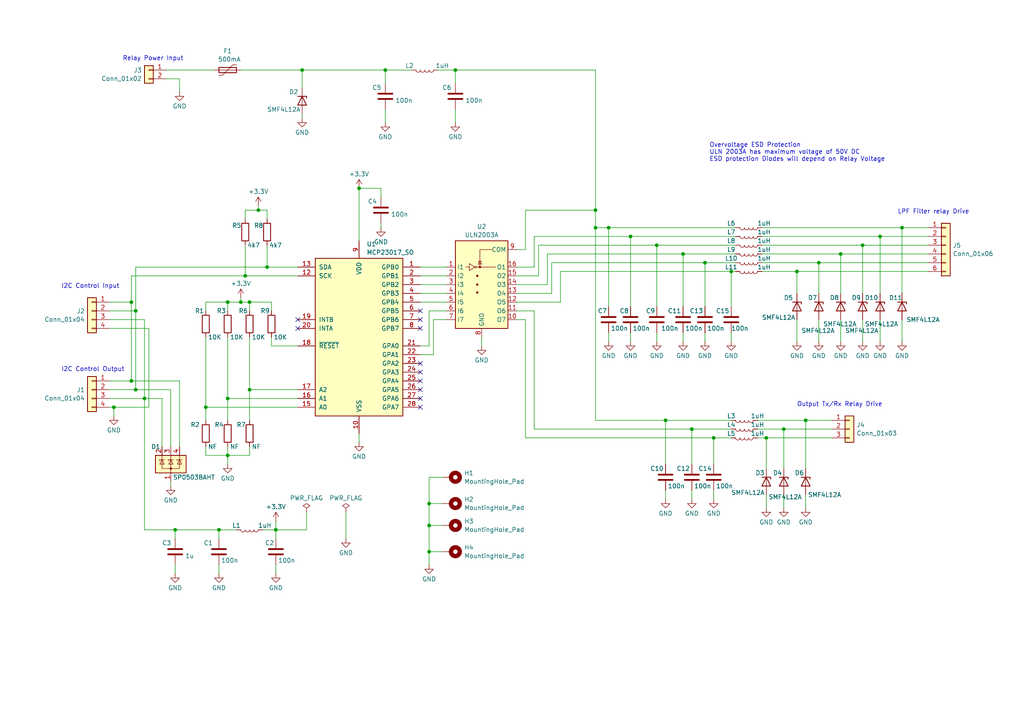
<source format=kicad_sch>
(kicad_sch (version 20231120) (generator "eeschema") (generator_version "8.0")
  (paper "A4")
  (lib_symbols
    (symbol "Connector_Generic:Conn_01x02" (pin_names (offset 1.016) hide)
      (property "Reference" "J" (at 0 2.54 0))
      (property "Value" "Conn_01x02" (at 0 -5.08 0))
      (symbol "Conn_01x02_1_1"
        (pin passive line (at -5.08 0 0) (length 3.81) (name "Pin_1") (number "1"))
        (pin passive line (at -5.08 -2.54 0) (length 3.81) (name "Pin_2") (number "2"))
      )
    )
    (symbol "Connector_Generic:Conn_01x03" (pin_names (offset 1.016) hide)
      (property "Reference" "J" (at 0 5.08 0))
      (property "Value" "Conn_01x03" (at 0 -5.08 0))
      (symbol "Conn_01x03_1_1"
        (pin passive line (at -5.08 2.54 0) (length 3.81) (name "Pin_1") (number "1"))
        (pin passive line (at -5.08 0 0) (length 3.81) (name "Pin_2") (number "2"))
        (pin passive line (at -5.08 -2.54 0) (length 3.81) (name "Pin_3") (number "3"))
      )
    )
    (symbol "Connector_Generic:Conn_01x04" (pin_names (offset 1.016) hide)
      (property "Reference" "J" (at 0 5.08 0))
      (property "Value" "Conn_01x04" (at 0 -7.62 0))
      (symbol "Conn_01x04_1_1"
        (pin passive line (at -5.08 2.54 0) (length 3.81) (name "Pin_1") (number "1"))
        (pin passive line (at -5.08 0 0) (length 3.81) (name "Pin_2") (number "2"))
        (pin passive line (at -5.08 -2.54 0) (length 3.81) (name "Pin_3") (number "3"))
        (pin passive line (at -5.08 -5.08 0) (length 3.81) (name "Pin_4") (number "4"))
      )
    )
    (symbol "Connector_Generic:Conn_01x06" (pin_names (offset 1.016) hide)
      (property "Reference" "J" (at 0 7.62 0))
      (property "Value" "Conn_01x06" (at 0 -10.16 0))
      (symbol "Conn_01x06_1_1"
        (pin passive line (at -5.08 5.08 0) (length 3.81) (name "Pin_1") (number "1"))
        (pin passive line (at -5.08 2.54 0) (length 3.81) (name "Pin_2") (number "2"))
        (pin passive line (at -5.08 0 0) (length 3.81) (name "Pin_3") (number "3"))
        (pin passive line (at -5.08 -2.54 0) (length 3.81) (name "Pin_4") (number "4"))
        (pin passive line (at -5.08 -5.08 0) (length 3.81) (name "Pin_5") (number "5"))
        (pin passive line (at -5.08 -7.62 0) (length 3.81) (name "Pin_6") (number "6"))
      )
    )
    (symbol "Device:C" (pin_numbers hide) (pin_names (offset 0.254))
      (property "Reference" "C" (at 0.635 2.54 0))
      (property "Value" "C" (at 0.635 -2.54 0))
      (symbol "C_1_1"
        (pin passive line (at 0 3.81 270) (length 2.794) (name "~") (number "1"))
        (pin passive line (at 0 -3.81 90) (length 2.794) (name "~") (number "2"))
      )
    )
    (symbol "Device:L" (pin_numbers hide) (pin_names (offset 1.016) hide)
      (property "Reference" "L" (at -1.27 0 90))
      (property "Value" "L" (at 1.905 0 90))
      (symbol "L_1_1"
        (pin passive line (at 0 3.81 270) (length 1.27) (name "1") (number "1"))
        (pin passive line (at 0 -3.81 90) (length 1.27) (name "2") (number "2"))
      )
    )
    (symbol "Device:Polyfuse" (pin_numbers hide) (pin_names (offset 0))
      (property "Reference" "F" (at -2.54 0 90))
      (property "Value" "Polyfuse" (at 2.54 0 90))
      (symbol "Polyfuse_1_1"
        (pin passive line (at 0 3.81 270) (length 1.27) (name "~") (number "1"))
        (pin passive line (at 0 -3.81 90) (length 1.27) (name "~") (number "2"))
      )
    )
    (symbol "Device:R" (pin_numbers hide) (pin_names (offset 0))
      (property "Reference" "R" (at 2.032 0 90))
      (property "Value" "R" (at 0 0 90))
      (symbol "R_1_1"
        (pin passive line (at 0 3.81 270) (length 1.27) (name "~") (number "1"))
        (pin passive line (at 0 -3.81 90) (length 1.27) (name "~") (number "2"))
      )
    )
    (symbol "Diode:ESD5Zxx" (pin_numbers hide) (pin_names hide)
      (property "Reference" "D" (at 0 2.54 0))
      (property "Value" "ESD5Zxx" (at 0 -2.54 0))
      (symbol "ESD5Zxx_1_1"
        (pin passive line (at -3.81 0 0) (length 2.54) (name "K") (number "1"))
        (pin passive line (at 3.81 0 180) (length 2.54) (name "A") (number "2"))
      )
    )
    (symbol "Interface_Expansion:MCP23017_SO" (pin_names (offset 1.016))
      (property "Reference" "U" (at -11.43 24.13 0))
      (property "Value" "MCP23017_SO" (at 0 0 0))
      (symbol "MCP23017_SO_1_1"
        (pin bidirectional line (at 17.78 20.32 180) (length 5.08) (name "GPB0") (number "1"))
        (pin power_in line (at 0 -27.94 90) (length 5.08) (name "VSS") (number "10"))
        (pin no_connect line (at -12.7 15.24 0) (length 5.08) hide (name "NC") (number "11"))
        (pin input line (at -17.78 17.78 0) (length 5.08) (name "SCK") (number "12"))
        (pin bidirectional line (at -17.78 20.32 0) (length 5.08) (name "SDA") (number "13"))
        (pin no_connect line (at -12.7 12.7 0) (length 5.08) hide (name "NC") (number "14"))
        (pin input line (at -17.78 -20.32 0) (length 5.08) (name "A0") (number "15"))
        (pin input line (at -17.78 -17.78 0) (length 5.08) (name "A1") (number "16"))
        (pin input line (at -17.78 -15.24 0) (length 5.08) (name "A2") (number "17"))
        (pin input line (at -17.78 -2.54 0) (length 5.08) (name "~{RESET}") (number "18"))
        (pin tri_state line (at -17.78 5.08 0) (length 5.08) (name "INTB") (number "19"))
        (pin bidirectional line (at 17.78 17.78 180) (length 5.08) (name "GPB1") (number "2"))
        (pin tri_state line (at -17.78 2.54 0) (length 5.08) (name "INTA") (number "20"))
        (pin bidirectional line (at 17.78 -2.54 180) (length 5.08) (name "GPA0") (number "21"))
        (pin bidirectional line (at 17.78 -5.08 180) (length 5.08) (name "GPA1") (number "22"))
        (pin bidirectional line (at 17.78 -7.62 180) (length 5.08) (name "GPA2") (number "23"))
        (pin bidirectional line (at 17.78 -10.16 180) (length 5.08) (name "GPA3") (number "24"))
        (pin bidirectional line (at 17.78 -12.7 180) (length 5.08) (name "GPA4") (number "25"))
        (pin bidirectional line (at 17.78 -15.24 180) (length 5.08) (name "GPA5") (number "26"))
        (pin bidirectional line (at 17.78 -17.78 180) (length 5.08) (name "GPA6") (number "27"))
        (pin bidirectional line (at 17.78 -20.32 180) (length 5.08) (name "GPA7") (number "28"))
        (pin bidirectional line (at 17.78 15.24 180) (length 5.08) (name "GPB2") (number "3"))
        (pin bidirectional line (at 17.78 12.7 180) (length 5.08) (name "GPB3") (number "4"))
        (pin bidirectional line (at 17.78 10.16 180) (length 5.08) (name "GPB4") (number "5"))
        (pin bidirectional line (at 17.78 7.62 180) (length 5.08) (name "GPB5") (number "6"))
        (pin bidirectional line (at 17.78 5.08 180) (length 5.08) (name "GPB6") (number "7"))
        (pin bidirectional line (at 17.78 2.54 180) (length 5.08) (name "GPB7") (number "8"))
        (pin power_in line (at 0 27.94 270) (length 5.08) (name "VDD") (number "9"))
      )
    )
    (symbol "Mechanical:MountingHole_Pad" (pin_numbers hide) (pin_names (offset 1.016) hide) (exclude_from_sim yes) (in_bom no)
      (property "Reference" "H" (at 0 6.35 0))
      (property "Value" "MountingHole_Pad" (at 0 4.445 0))
      (symbol "MountingHole_Pad_1_1"
        (pin input line (at 0 -2.54 90) (length 2.54) (name "1") (number "1"))
      )
    )
    (symbol "Power_Protection:SP0503BAHT" (pin_names hide)
      (property "Reference" "D" (at 5.715 2.54 0))
      (property "Value" "SP0503BAHT" (at 5.715 0.635 0))
      (symbol "SP0503BAHT_0_0"
        (pin passive line (at 0 -5.08 90) (length 2.54) (name "A") (number "1"))
      )
      (symbol "SP0503BAHT_1_1"
        (pin passive line (at -2.54 5.08 270) (length 2.54) (name "K") (number "2"))
        (pin passive line (at 0 5.08 270) (length 2.54) (name "K") (number "3"))
        (pin passive line (at 2.54 5.08 270) (length 2.54) (name "K") (number "4"))
      )
    )
    (symbol "Transistor_Array:ULN2003A"
      (property "Reference" "U" (at 0 15.875 0))
      (property "Value" "ULN2003A" (at 0 13.97 0))
      (symbol "ULN2003A_1_1"
        (pin input line (at -10.16 5.08 0) (length 2.54) (name "I1") (number "1"))
        (pin open_collector line (at 10.16 -10.16 180) (length 2.54) (name "O7") (number "10"))
        (pin open_collector line (at 10.16 -7.62 180) (length 2.54) (name "O6") (number "11"))
        (pin open_collector line (at 10.16 -5.08 180) (length 2.54) (name "O5") (number "12"))
        (pin open_collector line (at 10.16 -2.54 180) (length 2.54) (name "O4") (number "13"))
        (pin open_collector line (at 10.16 0 180) (length 2.54) (name "O3") (number "14"))
        (pin open_collector line (at 10.16 2.54 180) (length 2.54) (name "O2") (number "15"))
        (pin open_collector line (at 10.16 5.08 180) (length 2.54) (name "O1") (number "16"))
        (pin input line (at -10.16 2.54 0) (length 2.54) (name "I2") (number "2"))
        (pin input line (at -10.16 0 0) (length 2.54) (name "I3") (number "3"))
        (pin input line (at -10.16 -2.54 0) (length 2.54) (name "I4") (number "4"))
        (pin input line (at -10.16 -5.08 0) (length 2.54) (name "I5") (number "5"))
        (pin input line (at -10.16 -7.62 0) (length 2.54) (name "I6") (number "6"))
        (pin input line (at -10.16 -10.16 0) (length 2.54) (name "I7") (number "7"))
        (pin power_in line (at 0 -15.24 90) (length 2.54) (name "GND") (number "8"))
        (pin passive line (at 10.16 10.16 180) (length 2.54) (name "COM") (number "9"))
      )
    )
    (symbol "power:+3.3V" (power) (pin_numbers hide) (pin_names (offset 0) hide)
      (property "Value" "+3.3V" (at 0 3.556 0))
      (symbol "+3.3V_1_1"
        (pin power_in line (at 0 0 90) (length 0) (name "~") (number "1"))
      )
    )
    (symbol "power:GND" (power) (pin_numbers hide) (pin_names (offset 0) hide)
      (property "Value" "GND" (at 0 -3.81 0))
      (symbol "GND_1_1"
        (pin power_in line (at 0 0 270) (length 0) (name "~") (number "1"))
      )
    )
    (symbol "power:PWR_FLAG" (power) (pin_numbers hide) (pin_names (offset 0) hide)
      (property "Value" "PWR_FLAG" (at 0 3.81 0))
      (symbol "PWR_FLAG_0_0"
        (pin power_out line (at 0 0 90) (length 0) (name "~") (number "1"))
      )
    )
  )
  (junction (at 66.04 87.63))
  (junction (at 222.25 127))
  (junction (at 193.04 121.92))
  (junction (at 172.72 60.96))
  (junction (at 207.01 127))
  (junction (at 111.76 20.32))
  (junction (at 243.84 73.66))
  (junction (at 176.53 66.04))
  (junction (at 212.09 78.74))
  (junction (at 38.1 87.63))
  (junction (at 261.62 66.04))
  (junction (at 132.08 20.32))
  (junction (at 190.5 71.12))
  (junction (at 204.47 76.2))
  (junction (at 87.63 20.32))
  (junction (at 233.68 121.92))
  (junction (at 72.39 87.63))
  (junction (at 71.12 80.01))
  (junction (at 227.33 124.46))
  (junction (at 237.49 76.2))
  (junction (at 80.01 153.67))
  (junction (at 66.04 132.08))
  (junction (at 104.14 54.61))
  (junction (at 250.19 71.12))
  (junction (at 124.46 146.05))
  (junction (at 200.66 124.46))
  (junction (at 38.1 110.49))
  (junction (at 198.12 73.66))
  (junction (at 50.8 153.67))
  (junction (at 182.88 68.58))
  (junction (at 77.47 77.47))
  (junction (at 255.27 68.58))
  (junction (at 74.93 60.96))
  (junction (at 124.46 160.02))
  (junction (at 39.37 113.03))
  (junction (at 39.37 90.17))
  (junction (at 72.39 113.03))
  (junction (at 172.72 66.04))
  (junction (at 69.85 87.63))
  (junction (at 63.5 153.67))
  (junction (at 66.04 115.57))
  (junction (at 231.14 78.74))
  (junction (at 124.46 152.4))
  (junction (at 41.91 115.57))
  (junction (at 33.02 118.11))
  (junction (at 59.69 118.11))
  (no_connect (at 121.92 105.41))
  (no_connect (at 121.92 92.71))
  (no_connect (at 86.36 92.71))
  (no_connect (at 121.92 95.25))
  (no_connect (at 121.92 110.49))
  (no_connect (at 121.92 115.57))
  (no_connect (at 121.92 90.17))
  (no_connect (at 121.92 113.03))
  (no_connect (at 121.92 107.95))
  (no_connect (at 121.92 118.11))
  (no_connect (at 86.36 95.25))
  (wire (pts (xy 49.53 129.54) (xy 49.53 113.03)))
  (wire (pts (xy 31.75 118.11) (xy 33.02 118.11)))
  (wire (pts (xy 149.86 77.47) (xy 154.94 77.47)))
  (wire (pts (xy 255.27 92.71) (xy 255.27 99.06)))
  (wire (pts (xy 149.86 72.39) (xy 152.4 72.39)))
  (wire (pts (xy 74.93 59.69) (xy 74.93 60.96)))
  (wire (pts (xy 132.08 31.75) (xy 132.08 35.56)))
  (wire (pts (xy 59.69 97.79) (xy 59.69 118.11)))
  (wire (pts (xy 66.04 87.63) (xy 69.85 87.63)))
  (wire (pts (xy 111.76 20.32) (xy 119.38 20.32)))
  (wire (pts (xy 59.69 129.54) (xy 59.69 132.08)))
  (wire (pts (xy 41.91 92.71) (xy 41.91 115.57)))
  (wire (pts (xy 76.2 153.67) (xy 80.01 153.67)))
  (wire (pts (xy 220.98 66.04) (xy 261.62 66.04)))
  (wire (pts (xy 261.62 66.04) (xy 261.62 85.09)))
  (wire (pts (xy 69.85 87.63) (xy 72.39 87.63)))
  (wire (pts (xy 149.86 87.63) (xy 162.56 87.63)))
  (wire (pts (xy 66.04 129.54) (xy 66.04 132.08)))
  (wire (pts (xy 121.92 100.33) (xy 124.46 100.33)))
  (wire (pts (xy 121.92 102.87) (xy 125.73 102.87)))
  (wire (pts (xy 132.08 20.32) (xy 132.08 24.13)))
  (wire (pts (xy 190.5 96.52) (xy 190.5 99.06)))
  (wire (pts (xy 182.88 68.58) (xy 213.36 68.58)))
  (wire (pts (xy 52.07 110.49) (xy 52.07 129.54)))
  (wire (pts (xy 149.86 82.55) (xy 158.75 82.55)))
  (wire (pts (xy 88.9 148.59) (xy 88.9 153.67)))
  (wire (pts (xy 41.91 115.57) (xy 41.91 153.67)))
  (wire (pts (xy 204.47 76.2) (xy 204.47 88.9)))
  (wire (pts (xy 127 20.32) (xy 132.08 20.32)))
  (wire (pts (xy 156.21 80.01) (xy 156.21 71.12)))
  (wire (pts (xy 87.63 20.32) (xy 111.76 20.32)))
  (wire (pts (xy 74.93 60.96) (xy 77.47 60.96)))
  (wire (pts (xy 200.66 142.24) (xy 200.66 144.78)))
  (wire (pts (xy 219.71 127) (xy 222.25 127)))
  (wire (pts (xy 152.4 92.71) (xy 152.4 127)))
  (wire (pts (xy 31.75 95.25) (xy 43.18 95.25)))
  (wire (pts (xy 162.56 87.63) (xy 162.56 78.74)))
  (wire (pts (xy 158.75 73.66) (xy 158.75 82.55)))
  (wire (pts (xy 33.02 118.11) (xy 43.18 118.11)))
  (wire (pts (xy 198.12 88.9) (xy 198.12 73.66)))
  (wire (pts (xy 152.4 60.96) (xy 172.72 60.96)))
  (wire (pts (xy 222.25 143.51) (xy 222.25 147.32)))
  (wire (pts (xy 52.07 22.86) (xy 52.07 26.67)))
  (wire (pts (xy 243.84 85.09) (xy 243.84 73.66)))
  (wire (pts (xy 110.49 54.61) (xy 104.14 54.61)))
  (wire (pts (xy 124.46 160.02) (xy 124.46 163.83)))
  (wire (pts (xy 66.04 115.57) (xy 86.36 115.57)))
  (wire (pts (xy 72.39 113.03) (xy 86.36 113.03)))
  (wire (pts (xy 193.04 121.92) (xy 212.09 121.92)))
  (wire (pts (xy 39.37 77.47) (xy 77.47 77.47)))
  (wire (pts (xy 154.94 124.46) (xy 200.66 124.46)))
  (wire (pts (xy 193.04 134.62) (xy 193.04 121.92)))
  (wire (pts (xy 59.69 118.11) (xy 86.36 118.11)))
  (wire (pts (xy 149.86 85.09) (xy 160.02 85.09)))
  (wire (pts (xy 237.49 76.2) (xy 269.24 76.2)))
  (wire (pts (xy 80.01 163.83) (xy 80.01 166.37)))
  (wire (pts (xy 59.69 90.17) (xy 59.69 87.63)))
  (wire (pts (xy 71.12 80.01) (xy 86.36 80.01)))
  (wire (pts (xy 172.72 20.32) (xy 172.72 60.96)))
  (wire (pts (xy 121.92 87.63) (xy 129.54 87.63)))
  (wire (pts (xy 59.69 118.11) (xy 59.69 121.92)))
  (wire (pts (xy 237.49 92.71) (xy 237.49 99.06)))
  (wire (pts (xy 39.37 90.17) (xy 31.75 90.17)))
  (wire (pts (xy 38.1 110.49) (xy 52.07 110.49)))
  (wire (pts (xy 261.62 92.71) (xy 261.62 99.06)))
  (wire (pts (xy 207.01 134.62) (xy 207.01 127)))
  (wire (pts (xy 250.19 71.12) (xy 269.24 71.12)))
  (wire (pts (xy 87.63 33.02) (xy 87.63 34.29)))
  (wire (pts (xy 80.01 153.67) (xy 80.01 156.21)))
  (wire (pts (xy 66.04 87.63) (xy 66.04 90.17)))
  (wire (pts (xy 38.1 110.49) (xy 31.75 110.49)))
  (wire (pts (xy 233.68 121.92) (xy 241.3 121.92)))
  (wire (pts (xy 77.47 60.96) (xy 77.47 63.5)))
  (wire (pts (xy 72.39 87.63) (xy 72.39 90.17)))
  (wire (pts (xy 204.47 96.52) (xy 204.47 99.06)))
  (wire (pts (xy 219.71 121.92) (xy 233.68 121.92)))
  (wire (pts (xy 152.4 72.39) (xy 152.4 60.96)))
  (wire (pts (xy 80.01 153.67) (xy 80.01 151.13)))
  (wire (pts (xy 66.04 97.79) (xy 66.04 115.57)))
  (wire (pts (xy 154.94 90.17) (xy 154.94 124.46)))
  (wire (pts (xy 190.5 71.12) (xy 190.5 88.9)))
  (wire (pts (xy 237.49 85.09) (xy 237.49 76.2)))
  (wire (pts (xy 63.5 163.83) (xy 63.5 166.37)))
  (wire (pts (xy 227.33 124.46) (xy 227.33 135.89)))
  (wire (pts (xy 172.72 60.96) (xy 172.72 66.04)))
  (wire (pts (xy 121.92 85.09) (xy 129.54 85.09)))
  (wire (pts (xy 212.09 78.74) (xy 213.36 78.74)))
  (wire (pts (xy 110.49 57.15) (xy 110.49 54.61)))
  (wire (pts (xy 219.71 124.46) (xy 227.33 124.46)))
  (wire (pts (xy 162.56 78.74) (xy 212.09 78.74)))
  (wire (pts (xy 49.53 139.7) (xy 49.53 140.97)))
  (wire (pts (xy 50.8 163.83) (xy 50.8 166.37)))
  (wire (pts (xy 190.5 71.12) (xy 213.36 71.12)))
  (wire (pts (xy 87.63 20.32) (xy 87.63 25.4)))
  (wire (pts (xy 182.88 96.52) (xy 182.88 99.06)))
  (wire (pts (xy 124.46 100.33) (xy 124.46 90.17)))
  (wire (pts (xy 160.02 76.2) (xy 204.47 76.2)))
  (wire (pts (xy 158.75 73.66) (xy 198.12 73.66)))
  (wire (pts (xy 71.12 63.5) (xy 71.12 60.96)))
  (wire (pts (xy 172.72 66.04) (xy 176.53 66.04)))
  (wire (pts (xy 132.08 20.32) (xy 172.72 20.32)))
  (wire (pts (xy 31.75 87.63) (xy 38.1 87.63)))
  (wire (pts (xy 160.02 85.09) (xy 160.02 76.2)))
  (wire (pts (xy 124.46 146.05) (xy 128.27 146.05)))
  (wire (pts (xy 110.49 64.77) (xy 110.49 66.04)))
  (wire (pts (xy 125.73 92.71) (xy 125.73 102.87)))
  (wire (pts (xy 212.09 78.74) (xy 212.09 88.9)))
  (wire (pts (xy 204.47 76.2) (xy 213.36 76.2)))
  (wire (pts (xy 207.01 142.24) (xy 207.01 144.78)))
  (wire (pts (xy 152.4 127) (xy 207.01 127)))
  (wire (pts (xy 121.92 82.55) (xy 129.54 82.55)))
  (wire (pts (xy 198.12 73.66) (xy 213.36 73.66)))
  (wire (pts (xy 48.26 22.86) (xy 52.07 22.86)))
  (wire (pts (xy 207.01 127) (xy 212.09 127)))
  (wire (pts (xy 212.09 96.52) (xy 212.09 99.06)))
  (wire (pts (xy 69.85 86.36) (xy 69.85 87.63)))
  (wire (pts (xy 176.53 66.04) (xy 176.53 88.9)))
  (wire (pts (xy 172.72 121.92) (xy 193.04 121.92)))
  (wire (pts (xy 227.33 124.46) (xy 241.3 124.46)))
  (wire (pts (xy 200.66 124.46) (xy 212.09 124.46)))
  (wire (pts (xy 261.62 66.04) (xy 269.24 66.04)))
  (wire (pts (xy 222.25 127) (xy 222.25 135.89)))
  (wire (pts (xy 233.68 143.51) (xy 233.68 147.32)))
  (wire (pts (xy 124.46 146.05) (xy 124.46 152.4)))
  (wire (pts (xy 104.14 125.73) (xy 104.14 128.27)))
  (wire (pts (xy 222.25 127) (xy 241.3 127)))
  (wire (pts (xy 182.88 68.58) (xy 182.88 88.9)))
  (wire (pts (xy 66.04 115.57) (xy 66.04 121.92)))
  (wire (pts (xy 231.14 78.74) (xy 269.24 78.74)))
  (wire (pts (xy 149.86 90.17) (xy 154.94 90.17)))
  (wire (pts (xy 220.98 73.66) (xy 243.84 73.66)))
  (wire (pts (xy 71.12 60.96) (xy 74.93 60.96)))
  (wire (pts (xy 156.21 71.12) (xy 190.5 71.12)))
  (wire (pts (xy 41.91 115.57) (xy 46.99 115.57)))
  (wire (pts (xy 43.18 95.25) (xy 43.18 118.11)))
  (wire (pts (xy 41.91 153.67) (xy 50.8 153.67)))
  (wire (pts (xy 77.47 71.12) (xy 77.47 77.47)))
  (wire (pts (xy 139.7 97.79) (xy 139.7 100.33)))
  (wire (pts (xy 243.84 92.71) (xy 243.84 99.06)))
  (wire (pts (xy 100.33 148.59) (xy 100.33 156.21)))
  (wire (pts (xy 50.8 153.67) (xy 50.8 156.21)))
  (wire (pts (xy 233.68 121.92) (xy 233.68 135.89)))
  (wire (pts (xy 198.12 96.52) (xy 198.12 99.06)))
  (wire (pts (xy 72.39 87.63) (xy 78.74 87.63)))
  (wire (pts (xy 38.1 87.63) (xy 38.1 110.49)))
  (wire (pts (xy 72.39 97.79) (xy 72.39 113.03)))
  (wire (pts (xy 46.99 115.57) (xy 46.99 129.54)))
  (wire (pts (xy 124.46 152.4) (xy 128.27 152.4)))
  (wire (pts (xy 231.14 92.71) (xy 231.14 99.06)))
  (wire (pts (xy 41.91 115.57) (xy 31.75 115.57)))
  (wire (pts (xy 220.98 76.2) (xy 237.49 76.2)))
  (wire (pts (xy 39.37 90.17) (xy 39.37 77.47)))
  (wire (pts (xy 78.74 87.63) (xy 78.74 90.17)))
  (wire (pts (xy 176.53 66.04) (xy 213.36 66.04)))
  (wire (pts (xy 124.46 152.4) (xy 124.46 160.02)))
  (wire (pts (xy 104.14 54.61) (xy 104.14 69.85)))
  (wire (pts (xy 154.94 77.47) (xy 154.94 68.58)))
  (wire (pts (xy 200.66 134.62) (xy 200.66 124.46)))
  (wire (pts (xy 66.04 132.08) (xy 66.04 134.62)))
  (wire (pts (xy 50.8 153.67) (xy 63.5 153.67)))
  (wire (pts (xy 250.19 71.12) (xy 250.19 85.09)))
  (wire (pts (xy 172.72 66.04) (xy 172.72 121.92)))
  (wire (pts (xy 255.27 68.58) (xy 269.24 68.58)))
  (wire (pts (xy 66.04 132.08) (xy 72.39 132.08)))
  (wire (pts (xy 39.37 113.03) (xy 39.37 90.17)))
  (wire (pts (xy 220.98 71.12) (xy 250.19 71.12)))
  (wire (pts (xy 220.98 78.74) (xy 231.14 78.74)))
  (wire (pts (xy 231.14 78.74) (xy 231.14 85.09)))
  (wire (pts (xy 255.27 85.09) (xy 255.27 68.58)))
  (wire (pts (xy 111.76 24.13) (xy 111.76 20.32)))
  (wire (pts (xy 38.1 87.63) (xy 38.1 80.01)))
  (wire (pts (xy 128.27 138.43) (xy 124.46 138.43)))
  (wire (pts (xy 193.04 142.24) (xy 193.04 144.78)))
  (wire (pts (xy 227.33 143.51) (xy 227.33 147.32)))
  (wire (pts (xy 49.53 113.03) (xy 39.37 113.03)))
  (wire (pts (xy 48.26 20.32) (xy 62.23 20.32)))
  (wire (pts (xy 124.46 138.43) (xy 124.46 146.05)))
  (wire (pts (xy 63.5 153.67) (xy 63.5 156.21)))
  (wire (pts (xy 111.76 31.75) (xy 111.76 35.56)))
  (wire (pts (xy 124.46 160.02) (xy 128.27 160.02)))
  (wire (pts (xy 125.73 92.71) (xy 129.54 92.71)))
  (wire (pts (xy 121.92 77.47) (xy 129.54 77.47)))
  (wire (pts (xy 72.39 132.08) (xy 72.39 129.54)))
  (wire (pts (xy 31.75 92.71) (xy 41.91 92.71)))
  (wire (pts (xy 77.47 77.47) (xy 86.36 77.47)))
  (wire (pts (xy 68.58 153.67) (xy 63.5 153.67)))
  (wire (pts (xy 149.86 92.71) (xy 152.4 92.71)))
  (wire (pts (xy 149.86 80.01) (xy 156.21 80.01)))
  (wire (pts (xy 59.69 87.63) (xy 66.04 87.63)))
  (wire (pts (xy 220.98 68.58) (xy 255.27 68.58)))
  (wire (pts (xy 124.46 90.17) (xy 129.54 90.17)))
  (wire (pts (xy 243.84 73.66) (xy 269.24 73.66)))
  (wire (pts (xy 250.19 92.71) (xy 250.19 99.06)))
  (wire (pts (xy 31.75 113.03) (xy 39.37 113.03)))
  (wire (pts (xy 38.1 80.01) (xy 71.12 80.01)))
  (wire (pts (xy 154.94 68.58) (xy 182.88 68.58)))
  (wire (pts (xy 71.12 71.12) (xy 71.12 80.01)))
  (wire (pts (xy 72.39 113.03) (xy 72.39 121.92)))
  (wire (pts (xy 33.02 120.65) (xy 33.02 118.11)))
  (wire (pts (xy 69.85 20.32) (xy 87.63 20.32)))
  (wire (pts (xy 176.53 96.52) (xy 176.53 99.06)))
  (wire (pts (xy 59.69 132.08) (xy 66.04 132.08)))
  (wire (pts (xy 80.01 153.67) (xy 88.9 153.67)))
  (wire (pts (xy 78.74 97.79) (xy 78.74 100.33)))
  (wire (pts (xy 121.92 80.01) (xy 129.54 80.01)))
  (wire (pts (xy 78.74 100.33) (xy 86.36 100.33)))
  (text "I2C Control Output" (at 17.78 107.95 0) (effects (font (size 1.27 1.27)) (justify left bottom)))
  (text "LPF Filter relay Drive" (at 260.35 62.23 0) (effects (font (size 1.27 1.27)) (justify left bottom)))
  (text "Output Tx/Rx Relay Drive" (at 231.14 118.11 0) (effects (font (size 1.27 1.27)) (justify left bottom)))
  (text "I2C Control Input" (at 17.78 83.82 0) (effects (font (size 1.27 1.27)) (justify left bottom)))
  (text "Relay Power Input" (at 35.56 17.78 0) (effects (font (size 1.27 1.27)) (justify left bottom)))
  (text "Overvoltage ESD Protection\nULN 2003A has maximum voltage of 50V DC\nESD protection Diodes will depend on Relay Voltage" (at 205.74 46.99 0) (effects (font (size 1.27 1.27)) (justify left bottom)))
  (symbol (lib_id "power:GND") (at 237.49 99.06 0) (unit 1)
    (property "Reference" "#PWR031" (effects (hide yes)))
    (property "Value" "GND" (at 237.49 103.1931 0))
    (property "Description" "Power symbol creates a global label with name \"GND\" , ground" (effects (hide yes)))
  )
  (symbol (lib_id "power:GND") (at 124.46 163.83 0) (unit 1)
    (property "Reference" "#PWR036" (effects (hide yes)))
    (property "Value" "GND" (at 124.46 167.9631 0))
    (property "Description" "Power symbol creates a global label with name \"GND\" , ground" (effects (hide yes)))
  )
  (symbol (lib_id "power:GND") (at 50.8 166.37 0) (unit 1)
    (property "Reference" "#PWR011" (effects (hide yes)))
    (property "Value" "GND" (at 50.8 170.5031 0))
    (property "Description" "Power symbol creates a global label with name \"GND\" , ground" (effects (hide yes)))
  )
  (symbol (lib_id "power:GND") (at 100.33 156.21 0) (unit 1)
    (property "Reference" "#PWR037" (effects (hide yes)))
    (property "Value" "GND" (at 100.33 160.3431 0))
    (property "Description" "Power symbol creates a global label with name \"GND\" , ground" (effects (hide yes)))
  )
  (symbol (lib_id "Device:L") (at 217.17 71.12 270) (unit 1)
    (property "Reference" "L8" (at 212.09 69.85 90))
    (property "Value" "1uH" (at 221.615 69.85 90))
    (property "Footprint" "Inductor_SMD:L_0603_1608Metric" (effects (hide yes)))
    (property "Description" "Inductor" (effects (hide yes)))
  )
  (symbol (lib_id "power:GND") (at 49.53 140.97 0) (unit 1)
    (property "Reference" "#PWR02" (effects (hide yes)))
    (property "Value" "GND" (at 49.53 145.1031 0))
    (property "Description" "Power symbol creates a global label with name \"GND\" , ground" (effects (hide yes)))
  )
  (symbol (lib_id "power:GND") (at 261.62 99.06 0) (unit 1)
    (property "Reference" "#PWR035" (effects (hide yes)))
    (property "Value" "GND" (at 261.62 103.1931 0))
    (property "Description" "Power symbol creates a global label with name \"GND\" , ground" (effects (hide yes)))
  )
  (symbol (lib_id "Device:R") (at 59.69 93.98 0) (unit 1)
    (property "Reference" "R1" (at 56.515 90.17 0) (effects (justify left)))
    (property "Value" "10K" (at 60.325 97.79 0) (effects (justify left)))
    (property "Footprint" "Resistor_SMD:R_0603_1608Metric" (effects (hide yes)))
    (property "Description" "Resistor" (effects (hide yes)))
  )
  (symbol (lib_id "Device:L") (at 72.39 153.67 270) (unit 1)
    (property "Reference" "L1" (at 68.58 152.4 90))
    (property "Value" "1uH" (at 76.835 152.4 90))
    (property "Footprint" "Inductor_SMD:L_0603_1608Metric" (effects (hide yes)))
    (property "Description" "Inductor" (effects (hide yes)))
  )
  (symbol (lib_id "power:GND") (at 139.7 100.33 0) (unit 1)
    (property "Reference" "#PWR017" (effects (hide yes)))
    (property "Value" "GND" (at 139.7 104.4631 0))
    (property "Description" "Power symbol creates a global label with name \"GND\" , ground" (effects (hide yes)))
  )
  (symbol (lib_id "power:GND") (at 198.12 99.06 0) (unit 1)
    (property "Reference" "#PWR022" (effects (hide yes)))
    (property "Value" "GND" (at 198.12 103.1931 0))
    (property "Description" "Power symbol creates a global label with name \"GND\" , ground" (effects (hide yes)))
  )
  (symbol (lib_id "power:GND") (at 132.08 35.56 0) (unit 1)
    (property "Reference" "#PWR016" (effects (hide yes)))
    (property "Value" "GND" (at 132.08 39.6931 0))
    (property "Description" "Power symbol creates a global label with name \"GND\" , ground" (effects (hide yes)))
  )
  (symbol (lib_id "Device:C") (at 212.09 92.71 0) (unit 1)
    (property "Reference" "C15" (at 207.645 90.17 0) (effects (justify left)))
    (property "Value" "100n" (at 212.09 95.25 0) (effects (justify left)))
    (property "Footprint" "Capacitor_SMD:C_0603_1608Metric" (effects (hide yes)))
    (property "Description" "Unpolarized capacitor" (effects (hide yes)))
  )
  (symbol (lib_id "Device:Polyfuse") (at 66.04 20.32 270) (unit 1)
    (property "Reference" "F1" (at 66.04 14.7787 90))
    (property "Value" " 500mA" (at 66.04 17.2029 90))
    (property "Footprint" "Fuse:Fuse_Bourns_MF-SM_9.5x6.71mm" (effects (hide yes)))
    (property "Description" "Resettable fuse, polymeric positive temperature coefficient" (effects (hide yes)))
  )
  (symbol (lib_id "Device:L") (at 217.17 76.2 270) (unit 1)
    (property "Reference" "L10" (at 212.09 74.93 90))
    (property "Value" "1uH" (at 221.615 74.93 90))
    (property "Footprint" "Inductor_SMD:L_0603_1608Metric" (effects (hide yes)))
    (property "Description" "Inductor" (effects (hide yes)))
  )
  (symbol (lib_id "Device:C") (at 50.8 160.02 0) (unit 1)
    (property "Reference" "C3" (at 46.99 157.48 0) (effects (justify left)))
    (property "Value" "1u" (at 53.721 161.2321 0) (effects (justify left)))
    (property "Footprint" "Capacitor_SMD:C_0603_1608Metric" (effects (hide yes)))
    (property "Description" "Unpolarized capacitor" (effects (hide yes)))
  )
  (symbol (lib_id "power:GND") (at 222.25 147.32 0) (unit 1)
    (property "Reference" "#PWR027" (effects (hide yes)))
    (property "Value" "GND" (at 222.25 151.4531 0))
    (property "Description" "Power symbol creates a global label with name \"GND\" , ground" (effects (hide yes)))
  )
  (symbol (lib_id "Diode:ESD5Zxx") (at 222.25 139.7 270) (unit 1)
    (property "Reference" "D3" (at 219.075 137.16 90) (effects (justify left)))
    (property "Value" "SMF4L12A" (at 212.09 142.875 90) (effects (justify left)))
    (property "Footprint" "Diode_SMD:D_SOD-123F" (effects (hide yes)))
    (property "Datasheet" "https://www.onsemi.com/pdf/datasheet/esd5z2.5t1-d.pdf" (effects (hide yes)))
    (property "Description" "ESD Protection Diode, SOD-523" (effects (hide yes)))
  )
  (symbol (lib_id "Diode:ESD5Zxx") (at 243.84 88.9 270) (unit 1)
    (property "Reference" "D8" (at 240.665 86.36 90) (effects (justify left)))
    (property "Value" "SMF4L12A" (at 238.76 93.98 90) (effects (justify left)))
    (property "Footprint" "Diode_SMD:D_SOD-123F" (effects (hide yes)))
    (property "Datasheet" "https://www.onsemi.com/pdf/datasheet/esd5z2.5t1-d.pdf" (effects (hide yes)))
    (property "Description" "ESD Protection Diode, SOD-523" (effects (hide yes)))
  )
  (symbol (lib_id "Interface_Expansion:MCP23017_SO") (at 104.14 97.79 0) (unit 1)
    (property "Reference" "U1" (at 106.3341 70.7857 0) (effects (justify left)))
    (property "Value" "MCP23017_SO" (at 106.3341 73.2099 0) (effects (justify left)))
    (property "Footprint" "Package_SO:SSOP-28_5.3x10.2mm_P0.65mm" (effects (hide yes)))
    (property "Datasheet" "http://ww1.microchip.com/downloads/en/DeviceDoc/20001952C.pdf" (effects (hide yes)))
    (property "Description" "16-bit I/O expander, I2C, interrupts, w pull-ups, SOIC-28" (effects (hide yes)))
  )
  (symbol (lib_id "power:GND") (at 190.5 99.06 0) (unit 1)
    (property "Reference" "#PWR020" (effects (hide yes)))
    (property "Value" "GND" (at 190.5 103.1931 0))
    (property "Description" "Power symbol creates a global label with name \"GND\" , ground" (effects (hide yes)))
  )
  (symbol (lib_id "power:GND") (at 200.66 144.78 0) (unit 1)
    (property "Reference" "#PWR023" (effects (hide yes)))
    (property "Value" "GND" (at 200.66 148.9131 0))
    (property "Description" "Power symbol creates a global label with name \"GND\" , ground" (effects (hide yes)))
  )
  (symbol (lib_id "power:PWR_FLAG") (at 100.33 148.59 0) (unit 1)
    (property "Reference" "#FLG02" (effects (hide yes)))
    (property "Value" "PWR_FLAG" (at 100.33 144.4569 0))
    (property "Description" "Special symbol for telling ERC where power comes from" (effects (hide yes)))
  )
  (symbol (lib_id "power:GND") (at 63.5 166.37 0) (unit 1)
    (property "Reference" "#PWR04" (effects (hide yes)))
    (property "Value" "GND" (at 63.5 170.5031 0))
    (property "Description" "Power symbol creates a global label with name \"GND\" , ground" (effects (hide yes)))
  )
  (symbol (lib_id "Device:C") (at 132.08 27.94 0) (unit 1)
    (property "Reference" "C6" (at 128.27 25.4 0) (effects (justify left)))
    (property "Value" "100n" (at 135.001 29.1521 0) (effects (justify left)))
    (property "Footprint" "Capacitor_SMD:C_0603_1608Metric" (effects (hide yes)))
    (property "Description" "Unpolarized capacitor" (effects (hide yes)))
  )
  (symbol (lib_id "Device:C") (at 80.01 160.02 0) (unit 1)
    (property "Reference" "C2" (at 76.835 157.48 0) (effects (justify left)))
    (property "Value" "100n" (at 80.645 162.56 0) (effects (justify left)))
    (property "Footprint" "Capacitor_SMD:C_0603_1608Metric" (effects (hide yes)))
    (property "Description" "Unpolarized capacitor" (effects (hide yes)))
  )
  (symbol (lib_id "Mechanical:MountingHole_Pad") (at 130.81 152.4 270) (unit 1)
    (property "Reference" "H3" (at 134.62 151.1879 90) (effects (justify left)))
    (property "Value" "MountingHole_Pad" (at 134.62 153.6121 90) (effects (justify left)))
    (property "Footprint" "MountingHole:MountingHole_3.2mm_M3_DIN965_Pad" (effects (hide yes)))
    (property "Description" "Mounting Hole with connection" (effects (hide yes)))
  )
  (symbol (lib_id "Mechanical:MountingHole_Pad") (at 130.81 146.05 270) (unit 1)
    (property "Reference" "H2" (at 134.62 144.8379 90) (effects (justify left)))
    (property "Value" "MountingHole_Pad" (at 134.62 147.2621 90) (effects (justify left)))
    (property "Footprint" "MountingHole:MountingHole_3.2mm_M3_DIN965_Pad" (effects (hide yes)))
    (property "Description" "Mounting Hole with connection" (effects (hide yes)))
  )
  (symbol (lib_id "power:GND") (at 250.19 99.06 0) (unit 1)
    (property "Reference" "#PWR033" (effects (hide yes)))
    (property "Value" "GND" (at 250.19 103.1931 0))
    (property "Description" "Power symbol creates a global label with name \"GND\" , ground" (effects (hide yes)))
  )
  (symbol (lib_id "Diode:ESD5Zxx") (at 250.19 88.9 270) (unit 1)
    (property "Reference" "D9" (at 247.015 86.36 90) (effects (justify left)))
    (property "Value" "SMF4L12A" (at 245.11 95.885 90) (effects (justify left)))
    (property "Footprint" "Diode_SMD:D_SOD-123F" (effects (hide yes)))
    (property "Datasheet" "https://www.onsemi.com/pdf/datasheet/esd5z2.5t1-d.pdf" (effects (hide yes)))
    (property "Description" "ESD Protection Diode, SOD-523" (effects (hide yes)))
  )
  (symbol (lib_id "Device:R") (at 66.04 125.73 0) (unit 1)
    (property "Reference" "R4" (at 62.23 123.19 0) (effects (justify left)))
    (property "Value" "NF" (at 66.675 129.54 0) (effects (justify left)))
    (property "Footprint" "Resistor_SMD:R_0603_1608Metric" (effects (hide yes)))
    (property "Description" "Resistor" (effects (hide yes)))
  )
  (symbol (lib_id "power:+3.3V") (at 69.85 86.36 0) (unit 1)
    (property "Reference" "#PWR06" (effects (hide yes)))
    (property "Value" "+3.3V" (at 69.85 82.2269 0))
    (property "Description" "Power symbol creates a global label with name \"+3.3V\"" (effects (hide yes)))
  )
  (symbol (lib_id "power:GND") (at 207.01 144.78 0) (unit 1)
    (property "Reference" "#PWR025" (effects (hide yes)))
    (property "Value" "GND" (at 207.01 148.9131 0))
    (property "Description" "Power symbol creates a global label with name \"GND\" , ground" (effects (hide yes)))
  )
  (symbol (lib_id "Device:L") (at 123.19 20.32 270) (unit 1)
    (property "Reference" "L2" (at 118.745 19.05 90))
    (property "Value" "1uH" (at 128.27 19.05 90))
    (property "Footprint" "Inductor_SMD:L_0603_1608Metric" (effects (hide yes)))
    (property "Description" "Inductor" (effects (hide yes)))
  )
  (symbol (lib_id "Device:C") (at 190.5 92.71 0) (unit 1)
    (property "Reference" "C9" (at 187.325 90.17 0) (effects (justify left)))
    (property "Value" "100n" (at 191.77 95.25 0) (effects (justify left)))
    (property "Footprint" "Capacitor_SMD:C_0603_1608Metric" (effects (hide yes)))
    (property "Description" "Unpolarized capacitor" (effects (hide yes)))
  )
  (symbol (lib_id "Device:R") (at 77.47 67.31 0) (unit 1)
    (property "Reference" "R8" (at 73.66 65.405 0) (effects (justify left)))
    (property "Value" "4k7" (at 78.105 71.12 0) (effects (justify left)))
    (property "Footprint" "Resistor_SMD:R_0603_1608Metric" (effects (hide yes)))
    (property "Description" "Resistor" (effects (hide yes)))
  )
  (symbol (lib_id "power:+3.3V") (at 80.01 151.13 0) (unit 1)
    (property "Reference" "#PWR08" (effects (hide yes)))
    (property "Value" "+3.3V" (at 80.01 146.9969 0))
    (property "Description" "Power symbol creates a global label with name \"+3.3V\"" (effects (hide yes)))
  )
  (symbol (lib_id "power:GND") (at 66.04 134.62 0) (unit 1)
    (property "Reference" "#PWR05" (effects (hide yes)))
    (property "Value" "GND" (at 66.04 138.7531 0))
    (property "Description" "Power symbol creates a global label with name \"GND\" , ground" (effects (hide yes)))
  )
  (symbol (lib_id "Connector_Generic:Conn_01x03") (at 246.38 124.46 0) (unit 1)
    (property "Reference" "J4" (at 248.412 123.2479 0) (effects (justify left)))
    (property "Value" "Conn_01x03" (at 248.412 125.6721 0) (effects (justify left)))
    (property "Footprint" "Connector_JST:JST_XH_S3B-XH-A-1_1x03_P2.50mm_Horizontal" (effects (hide yes)))
    (property "Description" "Generic connector, single row, 01x03, script generated (kicad-library-utils/schlib/autogen/connector/)" (effects (hide yes)))
  )
  (symbol (lib_id "power:GND") (at 193.04 144.78 0) (unit 1)
    (property "Reference" "#PWR021" (effects (hide yes)))
    (property "Value" "GND" (at 193.04 148.9131 0))
    (property "Description" "Power symbol creates a global label with name \"GND\" , ground" (effects (hide yes)))
  )
  (symbol (lib_id "Device:C") (at 193.04 138.43 0) (unit 1)
    (property "Reference" "C10" (at 188.595 135.89 0) (effects (justify left)))
    (property "Value" "100n" (at 193.675 140.97 0) (effects (justify left)))
    (property "Footprint" "Capacitor_SMD:C_0603_1608Metric" (effects (hide yes)))
    (property "Description" "Unpolarized capacitor" (effects (hide yes)))
  )
  (symbol (lib_id "Power_Protection:SP0503BAHT") (at 49.53 134.62 0) (unit 1)
    (property "Reference" "D1" (at 43.815 129.54 0) (effects (justify left)))
    (property "Value" "SP0503BAHT" (at 50.165 138.43 0) (effects (justify left)))
    (property "Footprint" "Package_TO_SOT_SMD:SOT-143" (effects (hide yes)))
    (property "Datasheet" "http://www.littelfuse.com/~/media/files/littelfuse/technical%20resources/documents/data%20sheets/sp05xxba.pdf" (effects (hide yes)))
    (property "Description" "TVS Diode Array, 5.5V Standoff, 3 Channels, SOT-143 package" (effects (hide yes)))
  )
  (symbol (lib_id "power:GND") (at 52.07 26.67 0) (unit 1)
    (property "Reference" "#PWR03" (effects (hide yes)))
    (property "Value" "GND" (at 52.07 30.8031 0))
    (property "Description" "Power symbol creates a global label with name \"GND\" , ground" (effects (hide yes)))
  )
  (symbol (lib_id "power:GND") (at 104.14 128.27 0) (unit 1)
    (property "Reference" "#PWR013" (effects (hide yes)))
    (property "Value" "GND" (at 104.14 132.4031 0))
    (property "Description" "Power symbol creates a global label with name \"GND\" , ground" (effects (hide yes)))
  )
  (symbol (lib_id "power:+3.3V") (at 104.14 54.61 0) (unit 1)
    (property "Reference" "#PWR012" (effects (hide yes)))
    (property "Value" "+3.3V" (at 104.14 50.4769 0))
    (property "Description" "Power symbol creates a global label with name \"+3.3V\"" (effects (hide yes)))
  )
  (symbol (lib_id "power:GND") (at 176.53 99.06 0) (unit 1)
    (property "Reference" "#PWR018" (effects (hide yes)))
    (property "Value" "GND" (at 176.53 103.1931 0))
    (property "Description" "Power symbol creates a global label with name \"GND\" , ground" (effects (hide yes)))
  )
  (symbol (lib_id "Device:R") (at 71.12 67.31 0) (unit 1)
    (property "Reference" "R5" (at 67.31 65.405 0) (effects (justify left)))
    (property "Value" "4k7" (at 71.755 71.12 0) (effects (justify left)))
    (property "Footprint" "Resistor_SMD:R_0603_1608Metric" (effects (hide yes)))
    (property "Description" "Resistor" (effects (hide yes)))
  )
  (symbol (lib_id "Device:C") (at 198.12 92.71 0) (unit 1)
    (property "Reference" "C11" (at 193.675 90.17 0) (effects (justify left)))
    (property "Value" "100n" (at 198.755 95.25 0) (effects (justify left)))
    (property "Footprint" "Capacitor_SMD:C_0603_1608Metric" (effects (hide yes)))
    (property "Description" "Unpolarized capacitor" (effects (hide yes)))
  )
  (symbol (lib_id "Diode:ESD5Zxx") (at 255.27 88.9 270) (unit 1)
    (property "Reference" "D10" (at 250.825 86.36 90) (effects (justify left)))
    (property "Value" "SMF4L12A" (at 250.825 93.98 90) (effects (justify left)))
    (property "Footprint" "Diode_SMD:D_SOD-123F" (effects (hide yes)))
    (property "Datasheet" "https://www.onsemi.com/pdf/datasheet/esd5z2.5t1-d.pdf" (effects (hide yes)))
    (property "Description" "ESD Protection Diode, SOD-523" (effects (hide yes)))
  )
  (symbol (lib_id "Transistor_Array:ULN2003A") (at 139.7 82.55 0) (unit 1)
    (property "Reference" "U2" (at 139.7 65.7057 0))
    (property "Value" "ULN2003A" (at 139.7 68.1299 0))
    (property "Footprint" "Package_SO:SO-16_3.9x9.9mm_P1.27mm" (effects (hide yes)))
    (property "Datasheet" "http://www.ti.com/lit/ds/symlink/uln2003a.pdf" (effects (hide yes)))
    (property "Description" "High Voltage, High Current Darlington Transistor Arrays, SOIC16/SOIC16W/DIP16/TSSOP16" (effects (hide yes)))
  )
  (symbol (lib_id "power:+3.3V") (at 74.93 59.69 0) (unit 1)
    (property "Reference" "#PWR07" (effects (hide yes)))
    (property "Value" "+3.3V" (at 74.93 55.5569 0))
    (property "Description" "Power symbol creates a global label with name \"+3.3V\"" (effects (hide yes)))
  )
  (symbol (lib_id "power:GND") (at 33.02 120.65 0) (unit 1)
    (property "Reference" "#PWR01" (effects (hide yes)))
    (property "Value" "GND" (at 33.02 124.7831 0))
    (property "Description" "Power symbol creates a global label with name \"GND\" , ground" (effects (hide yes)))
  )
  (symbol (lib_id "power:GND") (at 87.63 34.29 0) (unit 1)
    (property "Reference" "#PWR010" (effects (hide yes)))
    (property "Value" "GND" (at 87.63 38.4231 0))
    (property "Description" "Power symbol creates a global label with name \"GND\" , ground" (effects (hide yes)))
  )
  (symbol (lib_id "Device:C") (at 110.49 60.96 0) (unit 1)
    (property "Reference" "C4" (at 106.68 58.42 0) (effects (justify left)))
    (property "Value" "100n" (at 113.411 62.1721 0) (effects (justify left)))
    (property "Footprint" "Capacitor_SMD:C_0603_1608Metric" (effects (hide yes)))
    (property "Description" "Unpolarized capacitor" (effects (hide yes)))
  )
  (symbol (lib_id "Device:L") (at 217.17 78.74 270) (unit 1)
    (property "Reference" "L11" (at 212.09 77.47 90))
    (property "Value" "1uH" (at 221.615 77.47 90))
    (property "Footprint" "Inductor_SMD:L_0603_1608Metric" (effects (hide yes)))
    (property "Description" "Inductor" (effects (hide yes)))
  )
  (symbol (lib_id "Device:R") (at 78.74 93.98 0) (unit 1)
    (property "Reference" "R9" (at 75.565 90.17 0) (effects (justify left)))
    (property "Value" "10K" (at 79.375 97.79 0) (effects (justify left)))
    (property "Footprint" "Resistor_SMD:R_0603_1608Metric" (effects (hide yes)))
    (property "Description" "Resistor" (effects (hide yes)))
  )
  (symbol (lib_id "Device:L") (at 217.17 66.04 270) (unit 1)
    (property "Reference" "L6" (at 212.09 64.77 90))
    (property "Value" "1uH" (at 221.615 64.77 90))
    (property "Footprint" "Inductor_SMD:L_0603_1608Metric" (effects (hide yes)))
    (property "Description" "Inductor" (effects (hide yes)))
  )
  (symbol (lib_id "Device:C") (at 111.76 27.94 0) (unit 1)
    (property "Reference" "C5" (at 107.95 25.4 0) (effects (justify left)))
    (property "Value" "100n" (at 114.681 29.1521 0) (effects (justify left)))
    (property "Footprint" "Capacitor_SMD:C_0603_1608Metric" (effects (hide yes)))
    (property "Description" "Unpolarized capacitor" (effects (hide yes)))
  )
  (symbol (lib_id "Diode:ESD5Zxx") (at 261.62 88.9 270) (unit 1)
    (property "Reference" "D11" (at 257.81 86.36 90) (effects (justify left)))
    (property "Value" "SMF4L12A" (at 262.89 92.71 90) (effects (justify left)))
    (property "Footprint" "Diode_SMD:D_SOD-123F" (effects (hide yes)))
    (property "Datasheet" "https://www.onsemi.com/pdf/datasheet/esd5z2.5t1-d.pdf" (effects (hide yes)))
    (property "Description" "ESD Protection Diode, SOD-523" (effects (hide yes)))
  )
  (symbol (lib_id "Device:L") (at 215.9 127 270) (unit 1)
    (property "Reference" "L5" (at 212.09 125.73 90))
    (property "Value" "1uH" (at 219.71 125.73 90))
    (property "Footprint" "Inductor_SMD:L_0603_1608Metric" (effects (hide yes)))
    (property "Description" "Inductor" (effects (hide yes)))
  )
  (symbol (lib_id "power:GND") (at 243.84 99.06 0) (unit 1)
    (property "Reference" "#PWR032" (effects (hide yes)))
    (property "Value" "GND" (at 243.84 103.1931 0))
    (property "Description" "Power symbol creates a global label with name \"GND\" , ground" (effects (hide yes)))
  )
  (symbol (lib_id "Device:R") (at 72.39 125.73 0) (unit 1)
    (property "Reference" "R7" (at 68.58 123.19 0) (effects (justify left)))
    (property "Value" "NF" (at 73.025 129.54 0) (effects (justify left)))
    (property "Footprint" "Resistor_SMD:R_0603_1608Metric" (effects (hide yes)))
    (property "Description" "Resistor" (effects (hide yes)))
  )
  (symbol (lib_id "power:GND") (at 255.27 99.06 0) (unit 1)
    (property "Reference" "#PWR034" (effects (hide yes)))
    (property "Value" "GND" (at 255.27 103.1931 0))
    (property "Description" "Power symbol creates a global label with name \"GND\" , ground" (effects (hide yes)))
  )
  (symbol (lib_id "power:GND") (at 182.88 99.06 0) (unit 1)
    (property "Reference" "#PWR019" (effects (hide yes)))
    (property "Value" "GND" (at 182.88 103.1931 0))
    (property "Description" "Power symbol creates a global label with name \"GND\" , ground" (effects (hide yes)))
  )
  (symbol (lib_id "Device:C") (at 200.66 138.43 0) (unit 1)
    (property "Reference" "C12" (at 196.215 135.89 0) (effects (justify left)))
    (property "Value" "100n" (at 201.295 140.97 0) (effects (justify left)))
    (property "Footprint" "Capacitor_SMD:C_0603_1608Metric" (effects (hide yes)))
    (property "Description" "Unpolarized capacitor" (effects (hide yes)))
  )
  (symbol (lib_id "power:GND") (at 227.33 147.32 0) (unit 1)
    (property "Reference" "#PWR028" (effects (hide yes)))
    (property "Value" "GND" (at 227.33 151.4531 0))
    (property "Description" "Power symbol creates a global label with name \"GND\" , ground" (effects (hide yes)))
  )
  (symbol (lib_id "power:GND") (at 231.14 99.06 0) (unit 1)
    (property "Reference" "#PWR029" (effects (hide yes)))
    (property "Value" "GND" (at 231.14 103.1931 0))
    (property "Description" "Power symbol creates a global label with name \"GND\" , ground" (effects (hide yes)))
  )
  (symbol (lib_id "Device:R") (at 66.04 93.98 0) (unit 1)
    (property "Reference" "R3" (at 62.865 90.17 0) (effects (justify left)))
    (property "Value" "10K" (at 66.675 97.79 0) (effects (justify left)))
    (property "Footprint" "Resistor_SMD:R_0603_1608Metric" (effects (hide yes)))
    (property "Description" "Resistor" (effects (hide yes)))
  )
  (symbol (lib_id "Device:C") (at 182.88 92.71 0) (unit 1)
    (property "Reference" "C8" (at 179.705 90.17 0) (effects (justify left)))
    (property "Value" "100n" (at 183.515 95.25 0) (effects (justify left)))
    (property "Footprint" "Capacitor_SMD:C_0603_1608Metric" (effects (hide yes)))
    (property "Description" "Unpolarized capacitor" (effects (hide yes)))
  )
  (symbol (lib_id "Diode:ESD5Zxx") (at 231.14 88.9 270) (unit 1)
    (property "Reference" "D5" (at 227.33 86.36 90) (effects (justify left)))
    (property "Value" "SMF4L12A" (at 220.98 92.075 90) (effects (justify left)))
    (property "Footprint" "Diode_SMD:D_SOD-123F" (effects (hide yes)))
    (property "Datasheet" "https://www.onsemi.com/pdf/datasheet/esd5z2.5t1-d.pdf" (effects (hide yes)))
    (property "Description" "ESD Protection Diode, SOD-523" (effects (hide yes)))
  )
  (symbol (lib_id "power:GND") (at 80.01 166.37 0) (unit 1)
    (property "Reference" "#PWR09" (effects (hide yes)))
    (property "Value" "GND" (at 80.01 170.5031 0))
    (property "Description" "Power symbol creates a global label with name \"GND\" , ground" (effects (hide yes)))
  )
  (symbol (lib_id "Device:C") (at 63.5 160.02 0) (unit 1)
    (property "Reference" "C1" (at 59.055 157.48 0) (effects (justify left)))
    (property "Value" "100n" (at 64.135 162.56 0) (effects (justify left)))
    (property "Footprint" "Capacitor_SMD:C_0603_1608Metric" (effects (hide yes)))
    (property "Description" "Unpolarized capacitor" (effects (hide yes)))
  )
  (symbol (lib_id "power:GND") (at 110.49 66.04 0) (unit 1)
    (property "Reference" "#PWR014" (effects (hide yes)))
    (property "Value" "GND" (at 110.49 70.1731 0))
    (property "Description" "Power symbol creates a global label with name \"GND\" , ground" (effects (hide yes)))
  )
  (symbol (lib_id "Connector_Generic:Conn_01x02") (at 43.18 20.32 0) (mirror y) (unit 1)
    (property "Reference" "J3" (at 41.148 20.3779 0) (effects (justify left)))
    (property "Value" "Conn_01x02" (at 41.148 22.8021 0) (effects (justify left)))
    (property "Footprint" "Connector_JST:JST_XH_S2B-XH-A-1_1x02_P2.50mm_Horizontal" (effects (hide yes)))
    (property "Description" "Generic connector, single row, 01x02, script generated (kicad-library-utils/schlib/autogen/connector/)" (effects (hide yes)))
  )
  (symbol (lib_id "power:GND") (at 204.47 99.06 0) (unit 1)
    (property "Reference" "#PWR024" (effects (hide yes)))
    (property "Value" "GND" (at 204.47 103.1931 0))
    (property "Description" "Power symbol creates a global label with name \"GND\" , ground" (effects (hide yes)))
  )
  (symbol (lib_id "power:GND") (at 212.09 99.06 0) (unit 1)
    (property "Reference" "#PWR026" (effects (hide yes)))
    (property "Value" "GND" (at 212.09 103.1931 0))
    (property "Description" "Power symbol creates a global label with name \"GND\" , ground" (effects (hide yes)))
  )
  (symbol (lib_id "Diode:ESD5Zxx") (at 227.33 139.7 270) (unit 1)
    (property "Reference" "D4" (at 224.155 137.16 90) (effects (justify left)))
    (property "Value" "SMF4L12A" (at 222.885 144.145 90) (effects (justify left)))
    (property "Footprint" "Diode_SMD:D_SOD-123F" (effects (hide yes)))
    (property "Datasheet" "https://www.onsemi.com/pdf/datasheet/esd5z2.5t1-d.pdf" (effects (hide yes)))
    (property "Description" "ESD Protection Diode, SOD-523" (effects (hide yes)))
  )
  (symbol (lib_id "power:GND") (at 111.76 35.56 0) (unit 1)
    (property "Reference" "#PWR015" (effects (hide yes)))
    (property "Value" "GND" (at 111.76 39.6931 0))
    (property "Description" "Power symbol creates a global label with name \"GND\" , ground" (effects (hide yes)))
  )
  (symbol (lib_id "Connector_Generic:Conn_01x06") (at 274.32 71.12 0) (unit 1)
    (property "Reference" "J5" (at 276.352 71.1779 0) (effects (justify left)))
    (property "Value" "Conn_01x06" (at 276.352 73.6021 0) (effects (justify left)))
    (property "Footprint" "Connector_JST:JST_XH_S6B-XH-A-1_1x06_P2.50mm_Horizontal" (effects (hide yes)))
    (property "Description" "Generic connector, single row, 01x06, script generated (kicad-library-utils/schlib/autogen/connector/)" (effects (hide yes)))
  )
  (symbol (lib_id "Connector_Generic:Conn_01x04") (at 26.67 113.03 0) (mirror y) (unit 1)
    (property "Reference" "J1" (at 24.638 113.0879 0) (effects (justify left)))
    (property "Value" "Conn_01x04" (at 24.638 115.5121 0) (effects (justify left)))
    (property "Footprint" "Connector_JST:JST_PH_S4B-PH-SM4-TB_1x04-1MP_P2.00mm_Horizontal" (effects (hide yes)))
    (property "Description" "Generic connector, single row, 01x04, script generated (kicad-library-utils/schlib/autogen/connector/)" (effects (hide yes)))
  )
  (symbol (lib_id "Mechanical:MountingHole_Pad") (at 130.81 138.43 270) (unit 1)
    (property "Reference" "H1" (at 134.62 137.2179 90) (effects (justify left)))
    (property "Value" "MountingHole_Pad" (at 134.62 139.6421 90) (effects (justify left)))
    (property "Footprint" "MountingHole:MountingHole_3.2mm_M3_DIN965_Pad" (effects (hide yes)))
    (property "Description" "Mounting Hole with connection" (effects (hide yes)))
  )
  (symbol (lib_id "Mechanical:MountingHole_Pad") (at 130.81 160.02 270) (unit 1)
    (property "Reference" "H4" (at 134.62 158.8079 90) (effects (justify left)))
    (property "Value" "MountingHole_Pad" (at 134.62 161.2321 90) (effects (justify left)))
    (property "Footprint" "MountingHole:MountingHole_3.2mm_M3_DIN965_Pad" (effects (hide yes)))
    (property "Description" "Mounting Hole with connection" (effects (hide yes)))
  )
  (symbol (lib_id "Diode:ESD5Zxx") (at 237.49 88.9 270) (unit 1)
    (property "Reference" "D7" (at 234.315 86.36 90) (effects (justify left)))
    (property "Value" "SMF4L12A" (at 232.41 95.885 90) (effects (justify left)))
    (property "Footprint" "Diode_SMD:D_SOD-123F" (effects (hide yes)))
    (property "Datasheet" "https://www.onsemi.com/pdf/datasheet/esd5z2.5t1-d.pdf" (effects (hide yes)))
    (property "Description" "ESD Protection Diode, SOD-523" (effects (hide yes)))
  )
  (symbol (lib_id "Device:L") (at 217.17 68.58 270) (unit 1)
    (property "Reference" "L7" (at 212.09 67.31 90))
    (property "Value" "1uH" (at 221.615 67.31 90))
    (property "Footprint" "Inductor_SMD:L_0603_1608Metric" (effects (hide yes)))
    (property "Description" "Inductor" (effects (hide yes)))
  )
  (symbol (lib_id "power:GND") (at 233.68 147.32 0) (unit 1)
    (property "Reference" "#PWR030" (effects (hide yes)))
    (property "Value" "GND" (at 233.68 151.4531 0))
    (property "Description" "Power symbol creates a global label with name \"GND\" , ground" (effects (hide yes)))
  )
  (symbol (lib_id "Device:R") (at 59.69 125.73 0) (unit 1)
    (property "Reference" "R2" (at 55.245 123.19 0) (effects (justify left)))
    (property "Value" "NF" (at 60.325 129.54 0) (effects (justify left)))
    (property "Footprint" "Resistor_SMD:R_0603_1608Metric" (effects (hide yes)))
    (property "Description" "Resistor" (effects (hide yes)))
  )
  (symbol (lib_id "Diode:ESD5Zxx") (at 233.68 139.7 270) (unit 1)
    (property "Reference" "D6" (at 230.505 137.16 90) (effects (justify left)))
    (property "Value" "SMF4L12A" (at 234.315 143.51 90) (effects (justify left)))
    (property "Footprint" "Diode_SMD:D_SOD-123F" (effects (hide yes)))
    (property "Datasheet" "https://www.onsemi.com/pdf/datasheet/esd5z2.5t1-d.pdf" (effects (hide yes)))
    (property "Description" "ESD Protection Diode, SOD-523" (effects (hide yes)))
  )
  (symbol (lib_id "Device:L") (at 215.9 121.92 270) (unit 1)
    (property "Reference" "L3" (at 212.09 120.65 90))
    (property "Value" "1uH" (at 219.71 120.65 90))
    (property "Footprint" "Inductor_SMD:L_0603_1608Metric" (effects (hide yes)))
    (property "Description" "Inductor" (effects (hide yes)))
  )
  (symbol (lib_id "Device:R") (at 72.39 93.98 0) (unit 1)
    (property "Reference" "R6" (at 69.215 90.17 0) (effects (justify left)))
    (property "Value" "10K" (at 73.025 97.79 0) (effects (justify left)))
    (property "Footprint" "Resistor_SMD:R_0603_1608Metric" (effects (hide yes)))
    (property "Description" "Resistor" (effects (hide yes)))
  )
  (symbol (lib_id "Diode:ESD5Zxx") (at 87.63 29.21 270) (unit 1)
    (property "Reference" "D2" (at 83.82 26.67 90) (effects (justify left)))
    (property "Value" "SMF4L12A" (at 77.47 31.75 90) (effects (justify left)))
    (property "Footprint" "Diode_SMD:D_SOD-123F" (effects (hide yes)))
    (property "Datasheet" "https://www.onsemi.com/pdf/datasheet/esd5z2.5t1-d.pdf" (effects (hide yes)))
    (property "Description" "ESD Protection Diode, SOD-523" (effects (hide yes)))
  )
  (symbol (lib_id "Device:C") (at 176.53 92.71 0) (unit 1)
    (property "Reference" "C7" (at 173.355 90.17 0) (effects (justify left)))
    (property "Value" "100n" (at 177.165 95.25 0) (effects (justify left)))
    (property "Footprint" "Capacitor_SMD:C_0603_1608Metric" (effects (hide yes)))
    (property "Description" "Unpolarized capacitor" (effects (hide yes)))
  )
  (symbol (lib_id "Device:C") (at 207.01 138.43 0) (unit 1)
    (property "Reference" "C14" (at 202.565 135.89 0) (effects (justify left)))
    (property "Value" "100n" (at 207.645 140.97 0) (effects (justify left)))
    (property "Footprint" "Capacitor_SMD:C_0603_1608Metric" (effects (hide yes)))
    (property "Description" "Unpolarized capacitor" (effects (hide yes)))
  )
  (symbol (lib_id "Device:L") (at 217.17 73.66 270) (unit 1)
    (property "Reference" "L9" (at 212.09 72.39 90))
    (property "Value" "1uH" (at 221.615 72.39 90))
    (property "Footprint" "Inductor_SMD:L_0603_1608Metric" (effects (hide yes)))
    (property "Description" "Inductor" (effects (hide yes)))
  )
  (symbol (lib_id "power:PWR_FLAG") (at 88.9 148.59 0) (unit 1)
    (property "Reference" "#FLG01" (effects (hide yes)))
    (property "Value" "PWR_FLAG" (at 88.9 144.4569 0))
    (property "Description" "Special symbol for telling ERC where power comes from" (effects (hide yes)))
  )
  (symbol (lib_id "Device:C") (at 204.47 92.71 0) (unit 1)
    (property "Reference" "C13" (at 200.025 90.17 0) (effects (justify left)))
    (property "Value" "100n" (at 205.105 95.25 0) (effects (justify left)))
    (property "Footprint" "Capacitor_SMD:C_0603_1608Metric" (effects (hide yes)))
    (property "Description" "Unpolarized capacitor" (effects (hide yes)))
  )
  (symbol (lib_id "Device:L") (at 215.9 124.46 270) (unit 1)
    (property "Reference" "L4" (at 212.09 123.19 90))
    (property "Value" "1uH" (at 219.71 123.19 90))
    (property "Footprint" "Inductor_SMD:L_0603_1608Metric" (effects (hide yes)))
    (property "Description" "Inductor" (effects (hide yes)))
  )
  (symbol (lib_id "Connector_Generic:Conn_01x04") (at 26.67 90.17 0) (mirror y) (unit 1)
    (property "Reference" "J2" (at 24.638 90.2279 0) (effects (justify left)))
    (property "Value" "Conn_01x04" (at 24.638 92.6521 0) (effects (justify left)))
    (property "Footprint" "Connector_JST:JST_PH_S4B-PH-SM4-TB_1x04-1MP_P2.00mm_Horizontal" (effects (hide yes)))
    (property "Description" "Generic connector, single row, 01x04, script generated (kicad-library-utils/schlib/autogen/connector/)" (effects (hide yes)))
  )
)
</source>
